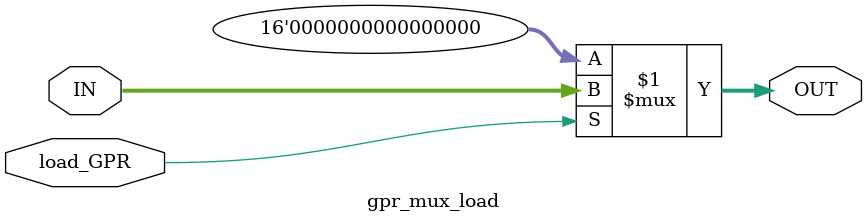
<source format=v>
module gpr_mux_load(
    input  [15:0] IN,
    input  load_GPR,
    output [15:0] OUT
);

    assign OUT = load_GPR ? IN : 16'b0;

endmodule
</source>
